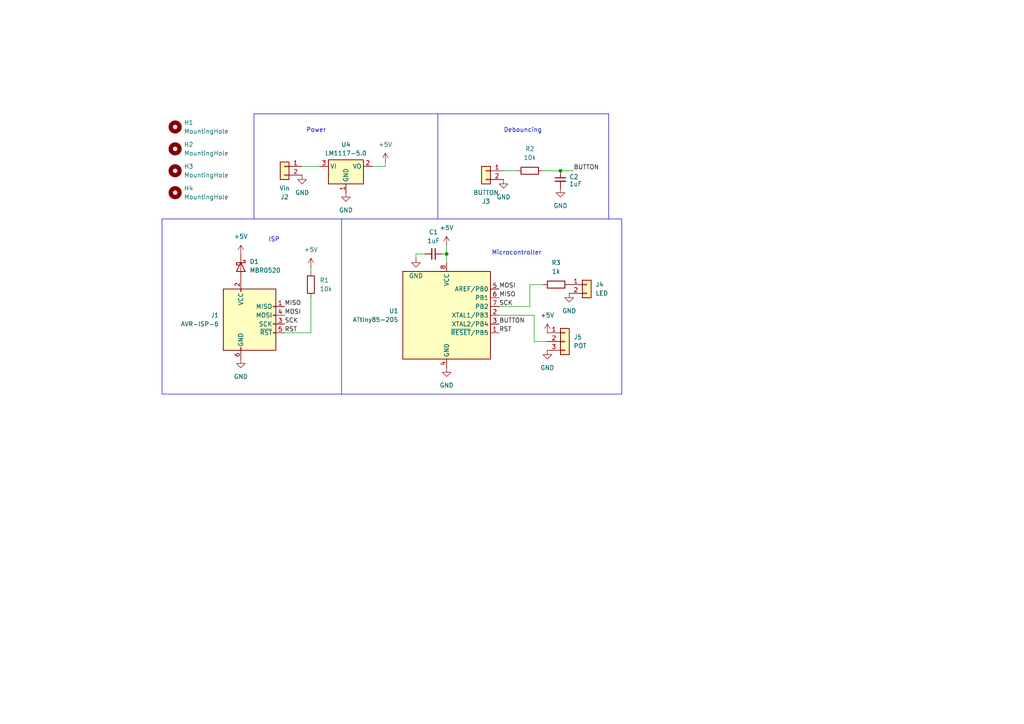
<source format=kicad_sch>
(kicad_sch (version 20250114) (generator "eeschema") (generator_version "9.0")
  (paper "A4")
  (lib_symbols
    (symbol "Connector:AVR-ISP-6" (pin_names (offset 1.016))
      (property "Reference" "J" (at -6.35 11.43 0))
      (property "Value" "AVR-ISP-6" (at 0 11.43 0))
      (symbol "AVR-ISP-6_0_1"
        (rectangle (start -2.667 10.16) (end -2.413 9.398))
        (rectangle (start -2.667 -6.858) (end -2.413 -7.62))
        (rectangle (start 7.62 10.16) (end -7.62 -7.62) (stroke (width 0.254)) (fill (type background)))
        (rectangle (start 7.62 5.207) (end 6.858 4.953))
        (rectangle (start 7.62 2.667) (end 6.858 2.413))
        (rectangle (start 7.62 0.127) (end 6.858 -0.127))
        (rectangle (start 7.62 -2.413) (end 6.858 -2.667))
      )
      (symbol "AVR-ISP-6_1_1"
        (pin passive line (at -2.54 12.7 270) (length 2.54) (name "VCC") (number "2"))
        (pin passive line (at -2.54 -10.16 90) (length 2.54) (name "GND") (number "6"))
        (pin passive line (at 10.16 5.08 180) (length 2.54) (name "MISO") (number "1"))
        (pin passive line (at 10.16 2.54 180) (length 2.54) (name "MOSI") (number "4"))
        (pin passive line (at 10.16 0 180) (length 2.54) (name "SCK") (number "3"))
        (pin passive line (at 10.16 -2.54 180) (length 2.54) (name "~{RST}") (number "5"))
      )
    )
    (symbol "Connector_Generic:Conn_01x02" (pin_names (offset 1.016) (hide yes))
      (property "Reference" "J" (at 0 2.54 0))
      (property "Value" "Conn_01x02" (at 0 -5.08 0))
      (symbol "Conn_01x02_1_1"
        (rectangle (start -1.27 1.27) (end 1.27 -3.81) (stroke (width 0.254)) (fill (type background)))
        (rectangle (start -1.27 0.127) (end 0 -0.127) (stroke (width 0.1524)))
        (rectangle (start -1.27 -2.413) (end 0 -2.667) (stroke (width 0.1524)))
        (pin passive line (at -5.08 0 0) (length 3.81) (name "Pin_1") (number "1"))
        (pin passive line (at -5.08 -2.54 0) (length 3.81) (name "Pin_2") (number "2"))
      )
    )
    (symbol "Connector_Generic:Conn_01x03" (pin_names (offset 1.016) (hide yes))
      (property "Reference" "J" (at 0 5.08 0))
      (property "Value" "Conn_01x03" (at 0 -5.08 0))
      (symbol "Conn_01x03_1_1"
        (rectangle (start -1.27 3.81) (end 1.27 -3.81) (stroke (width 0.254)) (fill (type background)))
        (rectangle (start -1.27 2.667) (end 0 2.413) (stroke (width 0.1524)))
        (rectangle (start -1.27 0.127) (end 0 -0.127) (stroke (width 0.1524)))
        (rectangle (start -1.27 -2.413) (end 0 -2.667) (stroke (width 0.1524)))
        (pin passive line (at -5.08 2.54 0) (length 3.81) (name "Pin_1") (number "1"))
        (pin passive line (at -5.08 0 0) (length 3.81) (name "Pin_2") (number "2"))
        (pin passive line (at -5.08 -2.54 0) (length 3.81) (name "Pin_3") (number "3"))
      )
    )
    (symbol "Device:C_Small" (pin_numbers (hide yes)) (pin_names (offset 0.254) (hide yes))
      (property "Reference" "C" (at 0.254 1.778 0))
      (property "Value" "C_Small" (at 0.254 -2.032 0))
      (symbol "C_Small_0_1"
        (polyline (pts (xy -1.524 0.508) (xy 1.524 0.508)) (stroke (width 0.3048)))
        (polyline (pts (xy -1.524 -0.508) (xy 1.524 -0.508)) (stroke (width 0.3302)))
      )
      (symbol "C_Small_1_1"
        (pin passive line (at 0 2.54 270) (length 2.032) (name "~") (number "1"))
        (pin passive line (at 0 -2.54 90) (length 2.032) (name "~") (number "2"))
      )
    )
    (symbol "Device:R" (pin_numbers (hide yes)) (pin_names (offset 0))
      (property "Reference" "R" (at 2.032 0 90))
      (property "Value" "R" (at 0 0 90))
      (symbol "R_0_1"
        (rectangle (start -1.016 -2.54) (end 1.016 2.54) (stroke (width 0.254)))
      )
      (symbol "R_1_1"
        (pin passive line (at 0 3.81 270) (length 1.27) (name "~") (number "1"))
        (pin passive line (at 0 -3.81 90) (length 1.27) (name "~") (number "2"))
      )
    )
    (symbol "Diode:MBR0520" (pin_numbers (hide yes)) (pin_names (offset 1.016) (hide yes))
      (property "Reference" "D" (at 0 2.54 0))
      (property "Value" "MBR0520" (at 0 -2.54 0))
      (symbol "MBR0520_0_1"
        (polyline (pts (xy -1.905 0.635) (xy -1.905 1.27) (xy -1.27 1.27) (xy -1.27 -1.27) (xy -0.635 -1.27) (xy -0.635 -0.635)) (stroke (width 0.254)))
        (polyline (pts (xy 1.27 1.27) (xy 1.27 -1.27) (xy -1.27 0) (xy 1.27 1.27)) (stroke (width 0.254)))
        (polyline (pts (xy 1.27 0) (xy -1.27 0)))
      )
      (symbol "MBR0520_1_1"
        (pin passive line (at -3.81 0 0) (length 2.54) (name "K") (number "1"))
        (pin passive line (at 3.81 0 180) (length 2.54) (name "A") (number "2"))
      )
    )
    (symbol "MCU_Microchip_ATtiny:ATtiny85-20S"
      (property "Reference" "U" (at -12.7 13.97 0))
      (property "Value" "ATtiny85-20S" (at 2.54 -13.97 0))
      (symbol "ATtiny85-20S_0_1"
        (rectangle (start -12.7 -12.7) (end 12.7 12.7) (stroke (width 0.254)) (fill (type background)))
      )
      (symbol "ATtiny85-20S_1_1"
        (pin power_in line (at 0 15.24 270) (length 2.54) (name "VCC") (number "8"))
        (pin power_in line (at 0 -15.24 90) (length 2.54) (name "GND") (number "4"))
        (pin bidirectional line (at 15.24 7.62 180) (length 2.54) (name "AREF/PB0") (number "5"))
        (pin bidirectional line (at 15.24 5.08 180) (length 2.54) (name "PB1") (number "6"))
        (pin bidirectional line (at 15.24 2.54 180) (length 2.54) (name "PB2") (number "7"))
        (pin bidirectional line (at 15.24 0 180) (length 2.54) (name "XTAL1/PB3") (number "2"))
        (pin bidirectional line (at 15.24 -2.54 180) (length 2.54) (name "XTAL2/PB4") (number "3"))
        (pin bidirectional line (at 15.24 -5.08 180) (length 2.54) (name "~{RESET}/PB5") (number "1"))
      )
    )
    (symbol "Mechanical:MountingHole" (pin_names (offset 1.016)) (exclude_from_sim yes) (in_bom no)
      (property "Reference" "H" (at 0 5.08 0))
      (property "Value" "MountingHole" (at 0 3.175 0))
      (symbol "MountingHole_0_1"
        (circle (center 0 0) (radius 1.27) (stroke (width 1.27)))
      )
    )
    (symbol "Regulator_Linear:LM1117MP-5.0"
      (property "Reference" "U" (at -3.81 3.175 0))
      (property "Value" "LM1117MP-5.0" (at 0 3.175 0))
      (symbol "LM1117MP-5.0_0_1"
        (rectangle (start -5.08 -5.08) (end 5.08 1.905) (stroke (width 0.254)) (fill (type background)))
      )
      (symbol "LM1117MP-5.0_1_1"
        (pin power_in line (at -7.62 0 0) (length 2.54) (name "VI") (number "3"))
        (pin power_in line (at 0 -7.62 90) (length 2.54) (name "GND") (number "1"))
        (pin power_out line (at 7.62 0 180) (length 2.54) (name "VO") (number "2"))
      )
    )
    (symbol "power:+5V" (power) (pin_numbers (hide yes)) (pin_names (offset 0) (hide yes))
      (property "Value" "+5V" (at 0 3.556 0))
      (symbol "+5V_0_1"
        (polyline (pts (xy -0.762 1.27) (xy 0 2.54)))
        (polyline (pts (xy 0 2.54) (xy 0.762 1.27)))
        (polyline (pts (xy 0 0) (xy 0 2.54)))
      )
      (symbol "+5V_1_1"
        (pin power_in line (at 0 0 90) (length 0) (name "~") (number "1"))
      )
    )
    (symbol "power:GND" (power) (pin_numbers (hide yes)) (pin_names (offset 0) (hide yes))
      (property "Value" "GND" (at 0 -3.81 0))
      (symbol "GND_0_1"
        (polyline (pts (xy 0 0) (xy 0 -1.27) (xy 1.27 -1.27) (xy 0 -2.54) (xy -1.27 -1.27) (xy 0 -1.27)))
      )
      (symbol "GND_1_1"
        (pin power_in line (at 0 0 270) (length 0) (name "~") (number "1"))
      )
    )
  )
  (text "ISP\n" (at 79.502 69.596 0) (effects (font (size 1.27 1.27))))
  (text "Debouncing" (at 151.638 37.846 0) (effects (font (size 1.27 1.27))))
  (text "Power" (at 91.694 37.846 0) (effects (font (size 1.27 1.27))))
  (text "Microcontroller" (at 149.86 73.406 0) (effects (font (size 1.27 1.27))))
  (junction (at 129.54 73.66))
  (junction (at 162.56 49.53))
  (wire (pts (xy 90.17 86.36) (xy 90.17 96.52)))
  (wire (pts (xy 120.65 73.66) (xy 120.65 74.93)))
  (polyline (pts (xy 59.69 63.5) (xy 46.99 63.5)))
  (wire (pts (xy 166.37 49.53) (xy 162.56 49.53)))
  (polyline (pts (xy 59.69 63.5) (xy 179.07 63.5)))
  (polyline (pts (xy 99.06 63.5) (xy 99.06 114.3)))
  (wire (pts (xy 153.67 82.55) (xy 157.48 82.55)))
  (wire (pts (xy 154.94 91.44) (xy 154.94 99.06)))
  (polyline (pts (xy 99.06 114.3) (xy 180.34 114.3)))
  (wire (pts (xy 153.67 88.9) (xy 144.78 88.9)))
  (wire (pts (xy 87.63 48.26) (xy 92.71 48.26)))
  (wire (pts (xy 157.48 49.53) (xy 162.56 49.53)))
  (polyline (pts (xy 46.99 114.3) (xy 99.06 114.3)))
  (polyline (pts (xy 127 33.02) (xy 73.66 33.02)))
  (wire (pts (xy 111.76 48.26) (xy 107.95 48.26)))
  (wire (pts (xy 129.54 71.12) (xy 129.54 73.66)))
  (wire (pts (xy 146.05 49.53) (xy 149.86 49.53)))
  (polyline (pts (xy 127 33.02) (xy 176.53 33.02)))
  (polyline (pts (xy 73.66 33.02) (xy 73.66 63.5)))
  (polyline (pts (xy 46.99 63.5) (xy 46.99 114.3)))
  (polyline (pts (xy 180.34 114.3) (xy 180.34 63.5)))
  (polyline (pts (xy 127 33.02) (xy 127 63.5)))
  (polyline (pts (xy 176.53 33.02) (xy 176.53 63.5)))
  (wire (pts (xy 90.17 96.52) (xy 82.55 96.52)))
  (wire (pts (xy 123.19 73.66) (xy 120.65 73.66)))
  (wire (pts (xy 129.54 76.2) (xy 129.54 73.66)))
  (polyline (pts (xy 180.34 63.5) (xy 179.07 63.5)))
  (wire (pts (xy 154.94 99.06) (xy 158.75 99.06)))
  (wire (pts (xy 111.76 46.99) (xy 111.76 48.26)))
  (wire (pts (xy 153.67 82.55) (xy 153.67 88.9)))
  (wire (pts (xy 129.54 73.66) (xy 128.27 73.66)))
  (wire (pts (xy 90.17 77.47) (xy 90.17 78.74)))
  (wire (pts (xy 154.94 91.44) (xy 144.78 91.44)))
  (label "MISO" (at 82.55 88.9 0))
  (label "RST" (at 144.78 96.52 0))
  (label "SCK" (at 82.55 93.98 0))
  (label "BUTTON" (at 166.37 49.53 0))
  (label "SCK" (at 144.78 88.9 0))
  (label "RST" (at 82.55 96.52 0))
  (label "MOSI" (at 82.55 91.44 0))
  (label "MOSI" (at 144.78 83.82 0))
  (label "BUTTON" (at 144.78 93.98 0))
  (label "MISO" (at 144.78 86.36 0))
  (symbol (lib_id "power:GND") (at 120.65 74.93 0) (unit 1)
    (property "Reference" "#PWR06" (effects (hide yes)))
    (property "Value" "GND" (at 120.65 80.01 0))
    (property "Description" "Power symbol creates a global label with name \"GND\" , ground" (effects (hide yes)))
  )
  (symbol (lib_id "power:+5V") (at 111.76 46.99 0) (unit 1)
    (property "Reference" "#PWR08" (effects (hide yes)))
    (property "Value" "+5V" (at 111.76 41.91 0))
    (property "Description" "Power symbol creates a global label with name \"+5V\"" (effects (hide yes)))
  )
  (symbol (lib_id "Device:R") (at 90.17 82.55 0) (unit 1)
    (property "Reference" "R1" (at 92.71 81.2799 0) (effects (justify left)))
    (property "Value" "10k" (at 92.71 83.8199 0) (effects (justify left)))
    (property "Footprint" "Resistor_SMD:R_0805_2012Metric_Pad1.20x1.40mm_HandSolder" (effects (hide yes)))
    (property "Description" "Resistor" (effects (hide yes)))
  )
  (symbol (lib_id "Device:C_Small") (at 125.73 73.66 270) (unit 1)
    (property "Reference" "C1" (at 125.7236 67.31 90))
    (property "Value" "1uF" (at 125.7236 69.85 90))
    (property "Footprint" "Capacitor_SMD:C_0805_2012Metric_Pad1.18x1.45mm_HandSolder" (effects (hide yes)))
    (property "Description" "Unpolarized capacitor, small symbol" (effects (hide yes)))
  )
  (symbol (lib_id "Diode:MBR0520") (at 69.85 77.47 270) (unit 1)
    (property "Reference" "D1" (at 72.39 75.8824 90) (effects (justify left)))
    (property "Value" "MBR0520" (at 72.39 78.4224 90) (effects (justify left)))
    (property "Footprint" "Diode_SMD:D_SOD-123" (effects (hide yes)))
    (property "Datasheet" "http://www.mccsemi.com/up_pdf/MBR0520~MBR0580(SOD123).pdf" (effects (hide yes)))
    (property "Description" "20V 0.5A Schottky Power Rectifier Diode, SOD-123" (effects (hide yes)))
  )
  (symbol (lib_id "power:+5V") (at 158.75 96.52 0) (unit 1)
    (property "Reference" "#PWR014" (effects (hide yes)))
    (property "Value" "+5V" (at 158.75 91.44 0))
    (property "Description" "Power symbol creates a global label with name \"+5V\"" (effects (hide yes)))
  )
  (symbol (lib_id "Device:R") (at 153.67 49.53 90) (unit 1)
    (property "Reference" "R2" (at 153.67 43.18 90))
    (property "Value" "10k" (at 153.67 45.72 90))
    (property "Footprint" "Resistor_SMD:R_0805_2012Metric_Pad1.20x1.40mm_HandSolder" (effects (hide yes)))
    (property "Description" "Resistor" (effects (hide yes)))
  )
  (symbol (lib_id "power:GND") (at 158.75 101.6 0) (unit 1)
    (property "Reference" "#PWR013" (effects (hide yes)))
    (property "Value" "GND" (at 158.75 106.68 0))
    (property "Description" "Power symbol creates a global label with name \"GND\" , ground" (effects (hide yes)))
  )
  (symbol (lib_id "MCU_Microchip_ATtiny:ATtiny85-20S") (at 129.54 91.44 0) (unit 1)
    (property "Reference" "U1" (at 115.57 90.1699 0) (effects (justify right)))
    (property "Value" "ATtiny85-20S" (at 115.57 92.7099 0) (effects (justify right)))
    (property "Footprint" "Package_SO:SOIC-8_5.3x5.3mm_P1.27mm" (effects (hide yes)))
    (property "Datasheet" "http://ww1.microchip.com/downloads/en/DeviceDoc/atmel-2586-avr-8-bit-microcontroller-attiny25-attiny45-attiny85_datasheet.pdf" (effects (hide yes)))
    (property "Description" "20MHz, 8kB Flash, 512B SRAM, 512B EEPROM, debugWIRE, SOIC-8" (effects (hide yes)))
  )
  (symbol (lib_id "Connector:AVR-ISP-6") (at 72.39 93.98 0) (unit 1)
    (property "Reference" "J1" (at 63.5 91.4399 0) (effects (justify right)))
    (property "Value" "AVR-ISP-6" (at 63.5 93.9799 0) (effects (justify right)))
    (property "Footprint" "Connector_IDC:IDC-Header_2x03_P2.54mm_Vertical" (effects (hide yes)))
    (property "Description" "Atmel 6-pin ISP connector" (effects (hide yes)))
  )
  (symbol (lib_id "power:GND") (at 87.63 50.8 0) (unit 1)
    (property "Reference" "#PWR09" (effects (hide yes)))
    (property "Value" "GND" (at 87.63 55.88 0))
    (property "Description" "Power symbol creates a global label with name \"GND\" , ground" (effects (hide yes)))
  )
  (symbol (lib_id "Device:C_Small") (at 162.56 52.07 0) (unit 1)
    (property "Reference" "C2" (at 165.1 51.308 0) (effects (justify left)))
    (property "Value" "1uF" (at 165.1 53.3462 0) (effects (justify left)))
    (property "Footprint" "Capacitor_SMD:C_0805_2012Metric_Pad1.18x1.45mm_HandSolder" (effects (hide yes)))
    (property "Description" "Unpolarized capacitor, small symbol" (effects (hide yes)))
  )
  (symbol (lib_id "power:GND") (at 146.05 52.07 0) (unit 1)
    (property "Reference" "#PWR010" (effects (hide yes)))
    (property "Value" "GND" (at 146.05 57.15 0))
    (property "Description" "Power symbol creates a global label with name \"GND\" , ground" (effects (hide yes)))
  )
  (symbol (lib_id "Connector_Generic:Conn_01x02") (at 140.97 49.53 0) (mirror y) (unit 1)
    (property "Reference" "J3" (at 140.97 58.42 0))
    (property "Value" "BUTTON" (at 140.97 55.88 0))
    (property "Footprint" "Connector_Molex:Molex_KK-254_AE-6410-02A_1x02_P2.54mm_Vertical" (effects (hide yes)))
    (property "Description" "Generic connector, single row, 01x02, script generated (kicad-library-utils/schlib/autogen/connector/)" (effects (hide yes)))
  )
  (symbol (lib_id "Device:R") (at 161.29 82.55 90) (unit 1)
    (property "Reference" "R3" (at 161.29 76.2 90))
    (property "Value" "1k" (at 161.29 78.74 90))
    (property "Footprint" "Resistor_SMD:R_0805_2012Metric_Pad1.20x1.40mm_HandSolder" (effects (hide yes)))
    (property "Description" "Resistor" (effects (hide yes)))
  )
  (symbol (lib_id "Mechanical:MountingHole") (at 50.8 43.18 0) (unit 1) (exclude_from_sim yes) (in_bom no)
    (property "Reference" "H2" (at 53.34 41.9099 0) (effects (justify left)))
    (property "Value" "MountingHole" (at 53.34 44.4499 0) (effects (justify left)))
    (property "Footprint" "MountingHole:MountingHole_3.2mm_M3" (effects (hide yes)))
    (property "Description" "Mounting Hole without connection" (effects (hide yes)))
  )
  (symbol (lib_id "power:+5V") (at 90.17 77.47 0) (unit 1)
    (property "Reference" "#PWR05" (effects (hide yes)))
    (property "Value" "+5V" (at 90.17 72.39 0))
    (property "Description" "Power symbol creates a global label with name \"+5V\"" (effects (hide yes)))
  )
  (symbol (lib_id "Regulator_Linear:LM1117MP-5.0") (at 100.33 48.26 0) (unit 1)
    (property "Reference" "U4" (at 100.33 41.91 0))
    (property "Value" "LM1117-5.0" (at 100.33 44.45 0))
    (property "Footprint" "Package_TO_SOT_SMD:SOT-223-3_TabPin2" (effects (hide yes)))
    (property "Datasheet" "http://www.ti.com/lit/ds/symlink/lm1117.pdf" (effects (hide yes)))
    (property "Description" "800mA Low-Dropout Linear Regulator, 5.0V fixed output, SOT-223" (effects (hide yes)))
  )
  (symbol (lib_id "power:+5V") (at 129.54 71.12 0) (unit 1)
    (property "Reference" "#PWR02" (effects (hide yes)))
    (property "Value" "+5V" (at 129.54 66.04 0))
    (property "Description" "Power symbol creates a global label with name \"+5V\"" (effects (hide yes)))
  )
  (symbol (lib_id "power:GND") (at 69.85 104.14 0) (unit 1)
    (property "Reference" "#PWR03" (effects (hide yes)))
    (property "Value" "GND" (at 69.85 109.22 0))
    (property "Description" "Power symbol creates a global label with name \"GND\" , ground" (effects (hide yes)))
  )
  (symbol (lib_id "Connector_Generic:Conn_01x02") (at 82.55 48.26 0) (mirror y) (unit 1)
    (property "Reference" "J2" (at 82.55 57.15 0))
    (property "Value" "Vin" (at 82.55 54.61 0))
    (property "Footprint" "Connector_Molex:Molex_KK-254_AE-6410-02A_1x02_P2.54mm_Vertical" (effects (hide yes)))
    (property "Description" "Generic connector, single row, 01x02, script generated (kicad-library-utils/schlib/autogen/connector/)" (effects (hide yes)))
  )
  (symbol (lib_id "Connector_Generic:Conn_01x02") (at 170.18 82.55 0) (unit 1)
    (property "Reference" "J4" (at 172.72 82.5499 0) (effects (justify left)))
    (property "Value" "LED" (at 172.72 85.0899 0) (effects (justify left)))
    (property "Footprint" "Connector_Molex:Molex_KK-254_AE-6410-02A_1x02_P2.54mm_Vertical" (effects (hide yes)))
    (property "Description" "Generic connector, single row, 01x02, script generated (kicad-library-utils/schlib/autogen/connector/)" (effects (hide yes)))
  )
  (symbol (lib_id "power:GND") (at 165.1 85.09 0) (unit 1)
    (property "Reference" "#PWR012" (effects (hide yes)))
    (property "Value" "GND" (at 165.1 90.17 0))
    (property "Description" "Power symbol creates a global label with name \"GND\" , ground" (effects (hide yes)))
  )
  (symbol (lib_id "power:+5V") (at 69.85 73.66 0) (unit 1)
    (property "Reference" "#PWR01" (effects (hide yes)))
    (property "Value" "+5V" (at 69.85 68.58 0))
    (property "Description" "Power symbol creates a global label with name \"+5V\"" (effects (hide yes)))
  )
  (symbol (lib_id "Mechanical:MountingHole") (at 50.8 49.53 0) (unit 1) (exclude_from_sim yes) (in_bom no)
    (property "Reference" "H3" (at 53.34 48.2599 0) (effects (justify left)))
    (property "Value" "MountingHole" (at 53.34 50.7999 0) (effects (justify left)))
    (property "Footprint" "MountingHole:MountingHole_3.2mm_M3" (effects (hide yes)))
    (property "Description" "Mounting Hole without connection" (effects (hide yes)))
  )
  (symbol (lib_id "power:GND") (at 100.33 55.88 0) (unit 1)
    (property "Reference" "#PWR07" (effects (hide yes)))
    (property "Value" "GND" (at 100.33 60.96 0))
    (property "Description" "Power symbol creates a global label with name \"GND\" , ground" (effects (hide yes)))
  )
  (symbol (lib_id "Mechanical:MountingHole") (at 50.8 55.88 0) (unit 1) (exclude_from_sim yes) (in_bom no)
    (property "Reference" "H4" (at 53.34 54.6099 0) (effects (justify left)))
    (property "Value" "MountingHole" (at 53.34 57.1499 0) (effects (justify left)))
    (property "Footprint" "MountingHole:MountingHole_3.2mm_M3" (effects (hide yes)))
    (property "Description" "Mounting Hole without connection" (effects (hide yes)))
  )
  (symbol (lib_id "Mechanical:MountingHole") (at 50.8 36.83 0) (unit 1) (exclude_from_sim yes) (in_bom no)
    (property "Reference" "H1" (at 53.34 35.5599 0) (effects (justify left)))
    (property "Value" "MountingHole" (at 53.34 38.0999 0) (effects (justify left)))
    (property "Footprint" "MountingHole:MountingHole_3.2mm_M3" (effects (hide yes)))
    (property "Description" "Mounting Hole without connection" (effects (hide yes)))
  )
  (symbol (lib_id "Connector_Generic:Conn_01x03") (at 163.83 99.06 0) (unit 1)
    (property "Reference" "J5" (at 166.37 97.7899 0) (effects (justify left)))
    (property "Value" "POT" (at 166.37 100.3299 0) (effects (justify left)))
    (property "Footprint" "Connector_Molex:Molex_KK-254_AE-6410-03A_1x03_P2.54mm_Vertical" (effects (hide yes)))
    (property "Description" "Generic connector, single row, 01x03, script generated (kicad-library-utils/schlib/autogen/connector/)" (effects (hide yes)))
  )
  (symbol (lib_id "power:GND") (at 162.56 54.61 0) (unit 1)
    (property "Reference" "#PWR011" (effects (hide yes)))
    (property "Value" "GND" (at 162.56 59.69 0))
    (property "Description" "Power symbol creates a global label with name \"GND\" , ground" (effects (hide yes)))
  )
  (symbol (lib_id "power:GND") (at 129.54 106.68 0) (unit 1)
    (property "Reference" "#PWR04" (effects (hide yes)))
    (property "Value" "GND" (at 129.54 111.76 0))
    (property "Description" "Power symbol creates a global label with name \"GND\" , ground" (effects (hide yes)))
  )
)
</source>
